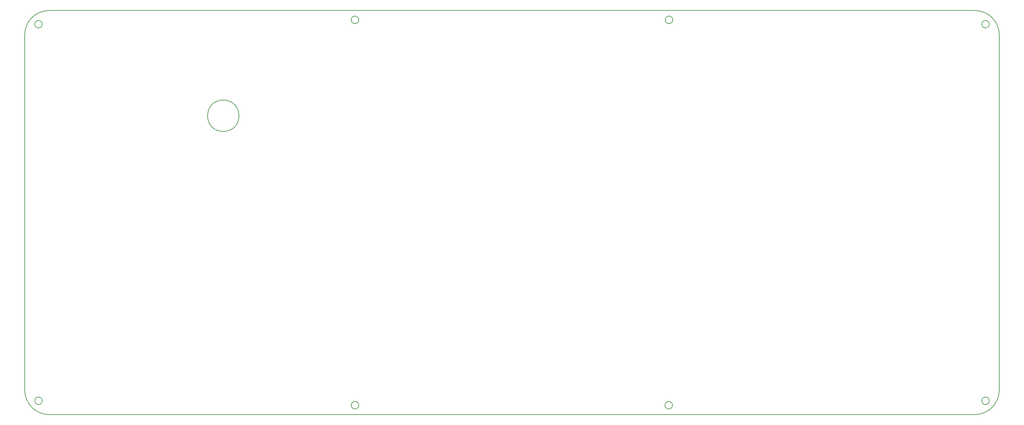
<source format=gm1>
G04 #@! TF.GenerationSoftware,KiCad,Pcbnew,5.1.9+dfsg1-1*
G04 #@! TF.CreationDate,2021-12-29T02:20:09+01:00*
G04 #@! TF.ProjectId,okey65-bottom-plate,6f6b6579-3635-42d6-926f-74746f6d2d70,rev?*
G04 #@! TF.SameCoordinates,Original*
G04 #@! TF.FileFunction,Profile,NP*
%FSLAX46Y46*%
G04 Gerber Fmt 4.6, Leading zero omitted, Abs format (unit mm)*
G04 Created by KiCad (PCBNEW 5.1.9+dfsg1-1) date 2021-12-29 02:20:09*
%MOMM*%
%LPD*%
G01*
G04 APERTURE LIST*
G04 #@! TA.AperFunction,Profile*
%ADD10C,0.200000*%
G04 #@! TD*
G04 APERTURE END LIST*
D10*
X270637000Y-31877000D02*
G75*
G02*
X277137000Y-38377000I0J-6500000D01*
G01*
X270637000Y-140127001D02*
X22987000Y-140127000D01*
X22987000Y-140127000D02*
G75*
G02*
X16487001Y-133627001I0J6499999D01*
G01*
X73787000Y-60077000D02*
G75*
G03*
X73787000Y-60077000I-4200000J0D01*
G01*
X274465427Y-136455428D02*
G75*
G03*
X274465427Y-136455428I-1000000J0D01*
G01*
X16487001Y-133627001D02*
X16487001Y-38377000D01*
X21158573Y-136455428D02*
G75*
G03*
X21158573Y-136455428I-1000000J0D01*
G01*
X274465427Y-35548573D02*
G75*
G03*
X274465427Y-35548573I-1000000J0D01*
G01*
X277137000Y-133627001D02*
G75*
G02*
X270637000Y-140127001I-6500000J0D01*
G01*
X189732558Y-137627001D02*
G75*
G03*
X189732558Y-137627001I-1000000J0D01*
G01*
X277137000Y-38377000D02*
X277137000Y-133627001D01*
X105812000Y-34377000D02*
G75*
G03*
X105812000Y-34377000I-1000000J0D01*
G01*
X105812000Y-137627001D02*
G75*
G03*
X105812000Y-137627001I-1000000J0D01*
G01*
X21158573Y-35548573D02*
G75*
G03*
X21158573Y-35548573I-1000000J0D01*
G01*
X189812000Y-34377000D02*
G75*
G03*
X189812000Y-34377000I-1000000J0D01*
G01*
X16487000Y-38377000D02*
G75*
G02*
X22987000Y-31877000I6500000J0D01*
G01*
X22987000Y-31877000D02*
X270637000Y-31877000D01*
M02*

</source>
